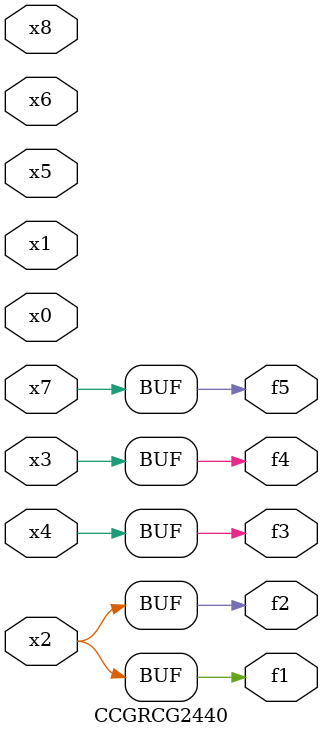
<source format=v>
module CCGRCG2440(
	input x0, x1, x2, x3, x4, x5, x6, x7, x8,
	output f1, f2, f3, f4, f5
);
	assign f1 = x2;
	assign f2 = x2;
	assign f3 = x4;
	assign f4 = x3;
	assign f5 = x7;
endmodule

</source>
